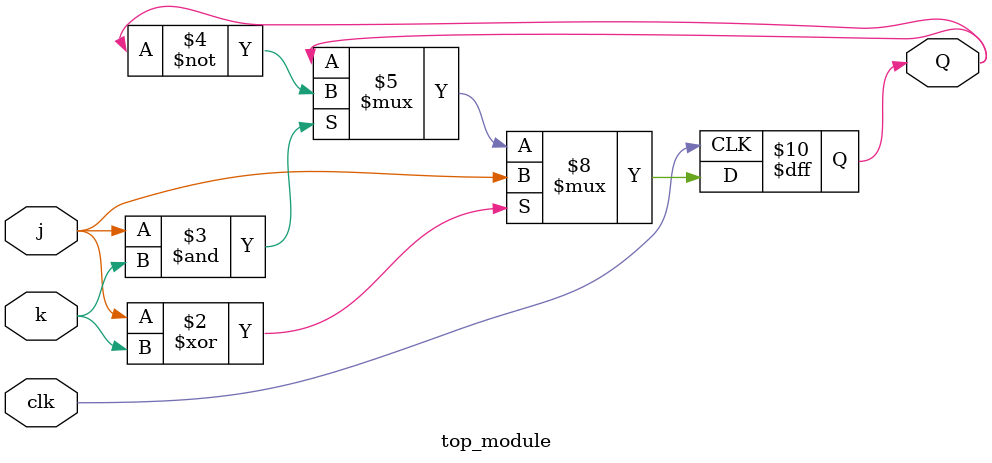
<source format=v>
module top_module (
  input clk,
  input j,
  input k,
  output Q
); 
    
  always @(posedge clk) begin
    if (j ^ k)
      Q <= j;
    else if (j & k)
      Q <= ~Q;
  end

endmodule
</source>
